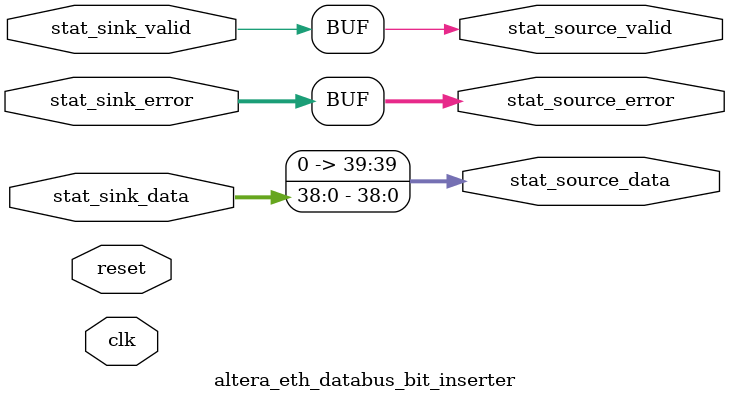
<source format=v>


`timescale 1ns/1ps 

module altera_eth_databus_bit_inserter(
    clk,
    reset,
    
    stat_sink_valid,
    stat_sink_data,
    stat_sink_error,
    
    stat_source_valid,
    stat_source_data,
    stat_source_error


);

localparam STATUS_WIDTH = 39;
localparam ERROR_WIDTH  = 7;

input clk;
input reset;
input stat_sink_valid;
input [(STATUS_WIDTH-1):0]stat_sink_data;
input [(ERROR_WIDTH-1):0]stat_sink_error;

output wire stat_source_valid;
output wire [(ERROR_WIDTH-1):0] stat_source_error;
output wire [STATUS_WIDTH:0] stat_source_data;

assign stat_source_error = stat_sink_error;
assign stat_source_valid = stat_sink_valid;
//This is because of VHDL compilation warning: eth_rx_Statistic collector is using bit 39, whereelse 2.5G is not supporting PFC
assign stat_source_data =  {1'b0,stat_sink_data};

endmodule

</source>
